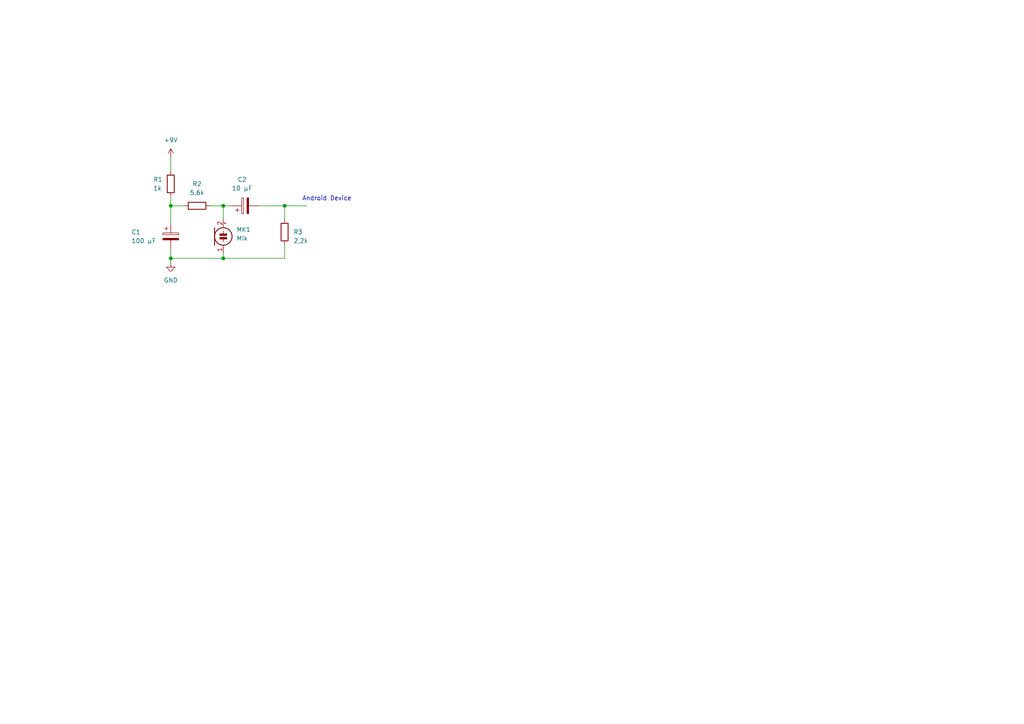
<source format=kicad_sch>
(kicad_sch (version 20211123) (generator eeschema)
  (paper "A4")
  (lib_symbols
    (symbol "Device:C_Polarized" (pin_numbers hide) (pin_names (offset 0.254))
      (property "Reference" "C" (at 0.635 2.54 0))
      (property "Value" "C_Polarized" (at 0.635 -2.54 0))
      (symbol "C_Polarized_0_1"
        (rectangle (start -2.286 0.508) (end 2.286 1.016))
        (polyline (pts (xy -1.778 2.286) (xy -0.762 2.286)))
        (polyline (pts (xy -1.27 2.794) (xy -1.27 1.778)))
        (rectangle (start 2.286 -0.508) (end -2.286 -1.016) (fill (type outline)))
      )
      (symbol "C_Polarized_1_1"
        (pin passive line (at 0 3.81 270) (length 2.794) (name "~") (number "1"))
        (pin passive line (at 0 -3.81 90) (length 2.794) (name "~") (number "2"))
      )
    )
    (symbol "Device:Microphone_Condenser" (pin_names (offset 0.0254) hide)
      (property "Reference" "MK" (at -3.302 1.27 0))
      (property "Value" "Microphone_Condenser" (at -3.302 -0.635 0))
      (symbol "Microphone_Condenser_0_1"
        (polyline (pts (xy -2.54 2.54) (xy -2.54 -2.54)) (stroke (width 0.254)))
        (polyline (pts (xy 0 -0.762) (xy 0 -1.524)))
        (polyline (pts (xy 0 0.762) (xy 0 1.524)))
        (polyline (pts (xy 0.254 3.81) (xy 0.762 3.81)))
        (polyline (pts (xy 0.508 4.064) (xy 0.508 3.556)))
        (circle (center 0 0) (radius 2.54) (stroke (width 0.254)))
        (rectangle (start 1.016 -0.254) (end -1.016 -0.762) (fill (type outline)))
        (rectangle (start 1.016 0.762) (end -1.016 0.254) (fill (type outline)))
      )
      (symbol "Microphone_Condenser_1_1"
        (pin passive line (at 0 -5.08 90) (length 2.54) (name "-") (number "1"))
        (pin passive line (at 0 5.08 270) (length 2.54) (name "+") (number "2"))
      )
    )
    (symbol "Device:R" (pin_numbers hide) (pin_names (offset 0))
      (property "Reference" "R" (at 2.032 0 90))
      (property "Value" "R" (at 0 0 90))
      (symbol "R_0_1"
        (rectangle (start -1.016 -2.54) (end 1.016 2.54) (stroke (width 0.254)))
      )
      (symbol "R_1_1"
        (pin passive line (at 0 3.81 270) (length 1.27) (name "~") (number "1"))
        (pin passive line (at 0 -3.81 90) (length 1.27) (name "~") (number "2"))
      )
    )
    (symbol "power:+9V" (power) (pin_names (offset 0))
      (property "Value" "+9V" (at 0 3.556 0))
      (symbol "+9V_0_1"
        (polyline (pts (xy -0.762 1.27) (xy 0 2.54)))
        (polyline (pts (xy 0 0) (xy 0 2.54)))
        (polyline (pts (xy 0 2.54) (xy 0.762 1.27)))
      )
      (symbol "+9V_1_1"
        (pin power_in line (at 0 0 90) (length 0) hide (name "+9V") (number "1"))
      )
    )
    (symbol "power:GND" (power) (pin_names (offset 0))
      (property "Value" "GND" (at 0 -3.81 0))
      (symbol "GND_0_1"
        (polyline (pts (xy 0 0) (xy 0 -1.27) (xy 1.27 -1.27) (xy 0 -2.54) (xy -1.27 -1.27) (xy 0 -1.27)))
      )
      (symbol "GND_1_1"
        (pin power_in line (at 0 0 270) (length 0) hide (name "GND") (number "1"))
      )
    )
  )
  (junction (at 64.77 59.69))
  (junction (at 82.55 59.69))
  (junction (at 64.77 74.93))
  (junction (at 49.53 74.93))
  (junction (at 49.53 59.69))
  (wire (pts (xy 82.55 59.69) (xy 82.55 63.5)))
  (wire (pts (xy 82.55 74.93) (xy 82.55 71.12)))
  (wire (pts (xy 49.53 45.72) (xy 49.53 49.53)))
  (wire (pts (xy 49.53 57.15) (xy 49.53 59.69)))
  (wire (pts (xy 82.55 59.69) (xy 88.9 59.69)))
  (wire (pts (xy 64.77 74.93) (xy 82.55 74.93)))
  (wire (pts (xy 60.96 59.69) (xy 64.77 59.69)))
  (wire (pts (xy 49.53 59.69) (xy 49.53 64.77)))
  (wire (pts (xy 49.53 74.93) (xy 64.77 74.93)))
  (wire (pts (xy 64.77 59.69) (xy 64.77 63.5)))
  (wire (pts (xy 74.93 59.69) (xy 82.55 59.69)))
  (wire (pts (xy 64.77 74.93) (xy 64.77 73.66)))
  (wire (pts (xy 49.53 72.39) (xy 49.53 74.93)))
  (wire (pts (xy 49.53 59.69) (xy 53.34 59.69)))
  (wire (pts (xy 49.53 74.93) (xy 49.53 76.2)))
  (wire (pts (xy 64.77 59.69) (xy 67.31 59.69)))
  (text "Android Device" (at 87.63 58.42 0) (effects (font (size 1.27 1.27)) (justify left bottom)))
  (symbol (lib_id "power:+9V") (at 49.53 45.72 0) (unit 1)
    (property "Reference" "#PWR01" (effects hide))
    (property "Value" "+9V" (at 49.53 40.64 0))
  )
  (symbol (lib_id "Device:C_Polarized") (at 49.53 68.58 0) (unit 1)
    (property "Reference" "C1" (at 38.1 67.31 0) (effects (justify left)))
    (property "Value" "100 µF" (at 38.1 69.85 0) (effects (justify left)))
  )
  (symbol (lib_id "Device:Microphone_Condenser") (at 64.77 68.58 0) (unit 1)
    (property "Reference" "MK1" (at 68.58 66.6114 0) (effects (justify left)))
    (property "Value" "Mik" (at 68.58 69.1514 0) (effects (justify left)))
  )
  (symbol (lib_id "Device:R") (at 82.55 67.31 0) (unit 1)
    (property "Reference" "R3" (at 85.09 67.31 0) (effects (justify left)))
    (property "Value" "2,2k" (at 85.09 69.85 0) (effects (justify left)))
  )
  (symbol (lib_id "power:GND") (at 49.53 76.2 0) (unit 1)
    (property "Reference" "#PWR02" (effects hide))
    (property "Value" "GND" (at 49.53 81.28 0))
  )
  (symbol (lib_id "Device:R") (at 57.15 59.69 90) (unit 1)
    (property "Reference" "R2" (at 57.15 53.34 90))
    (property "Value" "5,6k" (at 57.15 55.88 90))
  )
  (symbol (lib_id "Device:C_Polarized") (at 71.12 59.69 90) (unit 1)
    (property "Reference" "C2" (at 70.231 52.07 90))
    (property "Value" "10 µF" (at 70.231 54.61 90))
  )
  (symbol (lib_id "Device:R") (at 49.53 53.34 0) (unit 1)
    (property "Reference" "R1" (at 44.45 52.07 0) (effects (justify left)))
    (property "Value" "1k" (at 44.45 54.61 0) (effects (justify left)))
  )
)
</source>
